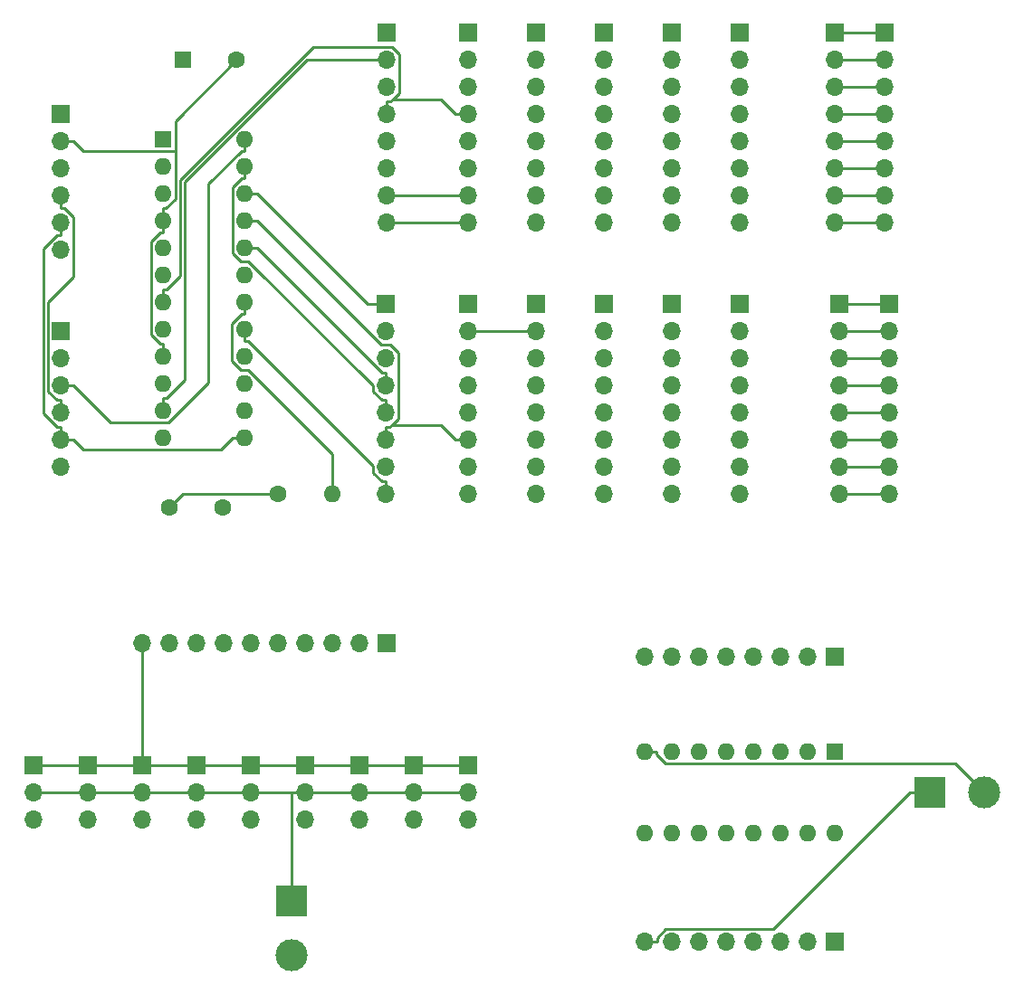
<source format=gbr>
G04 #@! TF.GenerationSoftware,KiCad,Pcbnew,(5.1.2-1)-1*
G04 #@! TF.CreationDate,2019-08-12T18:52:57+10:00*
G04 #@! TF.ProjectId,Max7219,4d617837-3231-4392-9e6b-696361645f70,rev?*
G04 #@! TF.SameCoordinates,Original*
G04 #@! TF.FileFunction,Copper,L1,Top*
G04 #@! TF.FilePolarity,Positive*
%FSLAX46Y46*%
G04 Gerber Fmt 4.6, Leading zero omitted, Abs format (unit mm)*
G04 Created by KiCad (PCBNEW (5.1.2-1)-1) date 2019-08-12 18:52:57*
%MOMM*%
%LPD*%
G04 APERTURE LIST*
%ADD10O,1.700000X1.700000*%
%ADD11R,1.700000X1.700000*%
%ADD12C,3.000000*%
%ADD13R,3.000000X3.000000*%
%ADD14O,1.600000X1.600000*%
%ADD15R,1.600000X1.600000*%
%ADD16C,1.600000*%
%ADD17C,0.250000*%
G04 APERTURE END LIST*
D10*
X196830000Y-95250000D03*
X196830000Y-92710000D03*
X196830000Y-90170000D03*
X196830000Y-87630000D03*
X196830000Y-85090000D03*
X196830000Y-82550000D03*
X196830000Y-80010000D03*
D11*
X196830000Y-77470000D03*
D10*
X192180000Y-95250000D03*
X192180000Y-92710000D03*
X192180000Y-90170000D03*
X192180000Y-87630000D03*
X192180000Y-85090000D03*
X192180000Y-82550000D03*
X192180000Y-80010000D03*
D11*
X192180000Y-77470000D03*
D10*
X196420000Y-69850000D03*
X196420000Y-67310000D03*
X196420000Y-64770000D03*
X196420000Y-62230000D03*
X196420000Y-59690000D03*
X196420000Y-57150000D03*
X196420000Y-54610000D03*
D11*
X196420000Y-52070000D03*
D10*
X191770000Y-69850000D03*
X191770000Y-67310000D03*
X191770000Y-64770000D03*
X191770000Y-62230000D03*
X191770000Y-59690000D03*
X191770000Y-57150000D03*
X191770000Y-54610000D03*
D11*
X191770000Y-52070000D03*
D12*
X140970000Y-138430000D03*
D13*
X140970000Y-133350000D03*
D12*
X205740000Y-123190000D03*
D13*
X200660000Y-123190000D03*
D14*
X191770000Y-127000000D03*
X173990000Y-119380000D03*
X189230000Y-127000000D03*
X176530000Y-119380000D03*
X186690000Y-127000000D03*
X179070000Y-119380000D03*
X184150000Y-127000000D03*
X181610000Y-119380000D03*
X181610000Y-127000000D03*
X184150000Y-119380000D03*
X179070000Y-127000000D03*
X186690000Y-119380000D03*
X176530000Y-127000000D03*
X189230000Y-119380000D03*
X173990000Y-127000000D03*
D15*
X191770000Y-119380000D03*
D10*
X173990000Y-137160000D03*
X176530000Y-137160000D03*
X179070000Y-137160000D03*
X181610000Y-137160000D03*
X184150000Y-137160000D03*
X186690000Y-137160000D03*
X189230000Y-137160000D03*
D11*
X191770000Y-137160000D03*
D10*
X173990000Y-110490000D03*
X176530000Y-110490000D03*
X179070000Y-110490000D03*
X181610000Y-110490000D03*
X184150000Y-110490000D03*
X186690000Y-110490000D03*
X189230000Y-110490000D03*
D11*
X191770000Y-110490000D03*
D10*
X137160000Y-125730000D03*
X137160000Y-123190000D03*
D11*
X137160000Y-120650000D03*
D10*
X116840000Y-125730000D03*
X116840000Y-123190000D03*
D11*
X116840000Y-120650000D03*
D10*
X142240000Y-125730000D03*
X142240000Y-123190000D03*
D11*
X142240000Y-120650000D03*
D10*
X121920000Y-125730000D03*
X121920000Y-123190000D03*
D11*
X121920000Y-120650000D03*
D10*
X147320000Y-125730000D03*
X147320000Y-123190000D03*
D11*
X147320000Y-120650000D03*
D10*
X127000000Y-125730000D03*
X127000000Y-123190000D03*
D11*
X127000000Y-120650000D03*
D10*
X152400000Y-125730000D03*
X152400000Y-123190000D03*
D11*
X152400000Y-120650000D03*
D10*
X132080000Y-125730000D03*
X132080000Y-123190000D03*
D11*
X132080000Y-120650000D03*
D10*
X157480000Y-125730000D03*
X157480000Y-123190000D03*
D11*
X157480000Y-120650000D03*
D10*
X127000000Y-109220000D03*
X129540000Y-109220000D03*
X132080000Y-109220000D03*
X134620000Y-109220000D03*
X137160000Y-109220000D03*
X139700000Y-109220000D03*
X142240000Y-109220000D03*
X144780000Y-109220000D03*
X147320000Y-109220000D03*
D11*
X149860000Y-109220000D03*
D14*
X144780000Y-95250000D03*
D16*
X139700000Y-95250000D03*
D10*
X182880000Y-69850000D03*
X182880000Y-67310000D03*
X182880000Y-64770000D03*
X182880000Y-62230000D03*
X182880000Y-59690000D03*
X182880000Y-57150000D03*
X182880000Y-54610000D03*
D11*
X182880000Y-52070000D03*
D10*
X182880000Y-95250000D03*
X182880000Y-92710000D03*
X182880000Y-90170000D03*
X182880000Y-87630000D03*
X182880000Y-85090000D03*
X182880000Y-82550000D03*
X182880000Y-80010000D03*
D11*
X182880000Y-77470000D03*
D10*
X176530000Y-69850000D03*
X176530000Y-67310000D03*
X176530000Y-64770000D03*
X176530000Y-62230000D03*
X176530000Y-59690000D03*
X176530000Y-57150000D03*
X176530000Y-54610000D03*
D11*
X176530000Y-52070000D03*
D10*
X176530000Y-95250000D03*
X176530000Y-92710000D03*
X176530000Y-90170000D03*
X176530000Y-87630000D03*
X176530000Y-85090000D03*
X176530000Y-82550000D03*
X176530000Y-80010000D03*
D11*
X176530000Y-77470000D03*
D10*
X170180000Y-69850000D03*
X170180000Y-67310000D03*
X170180000Y-64770000D03*
X170180000Y-62230000D03*
X170180000Y-59690000D03*
X170180000Y-57150000D03*
X170180000Y-54610000D03*
D11*
X170180000Y-52070000D03*
D10*
X170180000Y-95250000D03*
X170180000Y-92710000D03*
X170180000Y-90170000D03*
X170180000Y-87630000D03*
X170180000Y-85090000D03*
X170180000Y-82550000D03*
X170180000Y-80010000D03*
D11*
X170180000Y-77470000D03*
D10*
X163830000Y-69850000D03*
X163830000Y-67310000D03*
X163830000Y-64770000D03*
X163830000Y-62230000D03*
X163830000Y-59690000D03*
X163830000Y-57150000D03*
X163830000Y-54610000D03*
D11*
X163830000Y-52070000D03*
D10*
X163830000Y-95250000D03*
X163830000Y-92710000D03*
X163830000Y-90170000D03*
X163830000Y-87630000D03*
X163830000Y-85090000D03*
X163830000Y-82550000D03*
X163830000Y-80010000D03*
D11*
X163830000Y-77470000D03*
D10*
X157480000Y-69850000D03*
X157480000Y-67310000D03*
X157480000Y-64770000D03*
X157480000Y-62230000D03*
X157480000Y-59690000D03*
X157480000Y-57150000D03*
X157480000Y-54610000D03*
D11*
X157480000Y-52070000D03*
D10*
X157480000Y-95250000D03*
X157480000Y-92710000D03*
X157480000Y-90170000D03*
X157480000Y-87630000D03*
X157480000Y-85090000D03*
X157480000Y-82550000D03*
X157480000Y-80010000D03*
D11*
X157480000Y-77470000D03*
D10*
X149770000Y-95250000D03*
X149770000Y-92710000D03*
X149770000Y-90170000D03*
X149770000Y-87630000D03*
X149770000Y-85090000D03*
X149770000Y-82550000D03*
X149770000Y-80010000D03*
D11*
X149770000Y-77470000D03*
D10*
X149860000Y-69850000D03*
X149860000Y-67310000D03*
X149860000Y-64770000D03*
X149860000Y-62230000D03*
X149860000Y-59690000D03*
X149860000Y-57150000D03*
X149860000Y-54610000D03*
D11*
X149860000Y-52070000D03*
D10*
X119380000Y-92710000D03*
X119380000Y-90170000D03*
X119380000Y-87630000D03*
X119380000Y-85090000D03*
X119380000Y-82550000D03*
D11*
X119380000Y-80010000D03*
D10*
X119380000Y-72390000D03*
X119380000Y-69850000D03*
X119380000Y-67310000D03*
X119380000Y-64770000D03*
X119380000Y-62230000D03*
D11*
X119380000Y-59690000D03*
D16*
X135810000Y-54610000D03*
D15*
X130810000Y-54610000D03*
D16*
X134540000Y-96520000D03*
X129540000Y-96520000D03*
D14*
X136590000Y-62030000D03*
X128970000Y-89970000D03*
X136590000Y-64570000D03*
X128970000Y-87430000D03*
X136590000Y-67110000D03*
X128970000Y-84890000D03*
X136590000Y-69650000D03*
X128970000Y-82350000D03*
X136590000Y-72190000D03*
X128970000Y-79810000D03*
X136590000Y-74730000D03*
X128970000Y-77270000D03*
X136590000Y-77270000D03*
X128970000Y-74730000D03*
X136590000Y-79810000D03*
X128970000Y-72190000D03*
X136590000Y-82350000D03*
X128970000Y-69650000D03*
X136590000Y-84890000D03*
X128970000Y-67110000D03*
X136590000Y-87430000D03*
X128970000Y-64570000D03*
X136590000Y-89970000D03*
D15*
X128970000Y-62030000D03*
D17*
X130095000Y-63166200D02*
X121492000Y-63166200D01*
X121492000Y-63166200D02*
X120555000Y-62230000D01*
X120555000Y-62230000D02*
X119380000Y-62230000D01*
X128970000Y-69650000D02*
X128970000Y-68524700D01*
X128970000Y-68524700D02*
X129234000Y-68524700D01*
X129234000Y-68524700D02*
X130095000Y-67663100D01*
X130095000Y-67663100D02*
X130095000Y-63166200D01*
X130095000Y-63166200D02*
X130095000Y-60324700D01*
X130095000Y-60324700D02*
X135810000Y-54610000D01*
X128970000Y-82350000D02*
X128970000Y-81224700D01*
X128970000Y-81224700D02*
X128689000Y-81224700D01*
X128689000Y-81224700D02*
X127845000Y-80380700D01*
X127845000Y-80380700D02*
X127845000Y-71619200D01*
X127845000Y-71619200D02*
X128689000Y-70775300D01*
X128689000Y-70775300D02*
X128970000Y-70775300D01*
X128970000Y-70775300D02*
X128970000Y-69650000D01*
X129540000Y-96520000D02*
X130810000Y-95250000D01*
X130810000Y-95250000D02*
X139700000Y-95250000D01*
X119380000Y-90170000D02*
X119380000Y-88994700D01*
X119380000Y-88994700D02*
X119013000Y-88994700D01*
X119013000Y-88994700D02*
X117748000Y-87730000D01*
X117748000Y-87730000D02*
X117748000Y-72290000D01*
X117748000Y-72290000D02*
X119013000Y-71025300D01*
X119013000Y-71025300D02*
X119380000Y-71025300D01*
X119380000Y-71025300D02*
X119380000Y-69850000D01*
X136590000Y-89970000D02*
X135465000Y-89970000D01*
X135465000Y-89970000D02*
X134327000Y-91108100D01*
X134327000Y-91108100D02*
X121493000Y-91108100D01*
X121493000Y-91108100D02*
X120555000Y-90170000D01*
X120555000Y-90170000D02*
X119380000Y-90170000D01*
X119380000Y-87630000D02*
X119380000Y-86454700D01*
X119380000Y-86454700D02*
X119013000Y-86454700D01*
X119013000Y-86454700D02*
X118205000Y-85646600D01*
X118205000Y-85646600D02*
X118205000Y-77301600D01*
X118205000Y-77301600D02*
X120555000Y-74950900D01*
X120555000Y-74950900D02*
X120555000Y-69293200D01*
X120555000Y-69293200D02*
X119747000Y-68485300D01*
X119747000Y-68485300D02*
X119380000Y-68485300D01*
X119380000Y-68485300D02*
X119380000Y-67310000D01*
X136590000Y-62030000D02*
X136590000Y-63155300D01*
X136590000Y-63155300D02*
X136309000Y-63155300D01*
X136309000Y-63155300D02*
X133220000Y-66243600D01*
X133220000Y-66243600D02*
X133220000Y-84806500D01*
X133220000Y-84806500D02*
X129435000Y-88591500D01*
X129435000Y-88591500D02*
X124057000Y-88591500D01*
X124057000Y-88591500D02*
X120555000Y-85090000D01*
X120555000Y-85090000D02*
X119380000Y-85090000D01*
X149860000Y-69850000D02*
X157480000Y-69850000D01*
X149860000Y-67310000D02*
X157480000Y-67310000D01*
X157480000Y-59690000D02*
X156305000Y-59690000D01*
X156305000Y-59690000D02*
X154940000Y-58325400D01*
X154940000Y-58325400D02*
X150452000Y-58325400D01*
X150452000Y-58325400D02*
X150434000Y-58307500D01*
X150434000Y-58307500D02*
X150434000Y-58307400D01*
X150434000Y-58307400D02*
X150227000Y-58514700D01*
X150227000Y-58514700D02*
X149860000Y-58514700D01*
X149860000Y-58514700D02*
X149860000Y-59690000D01*
X128970000Y-77270000D02*
X128970000Y-76144700D01*
X128970000Y-76144700D02*
X129251000Y-76144700D01*
X129251000Y-76144700D02*
X130546000Y-74850300D01*
X130546000Y-74850300D02*
X130546000Y-65829100D01*
X130546000Y-65829100D02*
X142971000Y-53403700D01*
X142971000Y-53403700D02*
X150350000Y-53403700D01*
X150350000Y-53403700D02*
X151035000Y-54089500D01*
X151035000Y-54089500D02*
X151035000Y-57706800D01*
X151035000Y-57706800D02*
X150434000Y-58307400D01*
X128970000Y-87430000D02*
X128970000Y-86304700D01*
X128970000Y-86304700D02*
X129251000Y-86304700D01*
X129251000Y-86304700D02*
X130996000Y-84560000D01*
X130996000Y-84560000D02*
X130996000Y-66027500D01*
X130996000Y-66027500D02*
X142414000Y-54610000D01*
X142414000Y-54610000D02*
X149860000Y-54610000D01*
X136590000Y-79810000D02*
X136590000Y-80935300D01*
X136590000Y-80935300D02*
X136871000Y-80935300D01*
X136871000Y-80935300D02*
X148595000Y-92658600D01*
X148595000Y-92658600D02*
X148595000Y-93266800D01*
X148595000Y-93266800D02*
X149403000Y-94074700D01*
X149403000Y-94074700D02*
X149770000Y-94074700D01*
X149770000Y-94074700D02*
X149770000Y-95250000D01*
X157480000Y-90170000D02*
X156305000Y-90170000D01*
X156305000Y-90170000D02*
X154940000Y-88805400D01*
X154940000Y-88805400D02*
X150362000Y-88805400D01*
X150362000Y-88805400D02*
X150344000Y-88787500D01*
X150344000Y-88787500D02*
X150344000Y-88787400D01*
X150344000Y-88787400D02*
X150137000Y-88994700D01*
X150137000Y-88994700D02*
X149770000Y-88994700D01*
X149770000Y-88994700D02*
X149770000Y-90170000D01*
X136590000Y-69650000D02*
X137715000Y-69650000D01*
X137715000Y-69650000D02*
X149345000Y-81280000D01*
X149345000Y-81280000D02*
X150179000Y-81280000D01*
X150179000Y-81280000D02*
X150945000Y-82046400D01*
X150945000Y-82046400D02*
X150945000Y-88186800D01*
X150945000Y-88186800D02*
X150344000Y-88787400D01*
X136590000Y-64570000D02*
X136590000Y-65695300D01*
X136590000Y-65695300D02*
X136309000Y-65695300D01*
X136309000Y-65695300D02*
X135456000Y-66547800D01*
X135456000Y-66547800D02*
X135456000Y-72683300D01*
X135456000Y-72683300D02*
X136233000Y-73460000D01*
X136233000Y-73460000D02*
X136942000Y-73460000D01*
X136942000Y-73460000D02*
X148595000Y-85112800D01*
X148595000Y-85112800D02*
X148595000Y-85646800D01*
X148595000Y-85646800D02*
X149403000Y-86454700D01*
X149403000Y-86454700D02*
X149770000Y-86454700D01*
X149770000Y-86454700D02*
X149770000Y-87630000D01*
X136590000Y-72190000D02*
X137715000Y-72190000D01*
X137715000Y-72190000D02*
X149440000Y-83914700D01*
X149440000Y-83914700D02*
X149770000Y-83914700D01*
X149770000Y-83914700D02*
X149770000Y-85090000D01*
X157480000Y-80010000D02*
X163830000Y-80010000D01*
X136590000Y-67110000D02*
X137715000Y-67110000D01*
X137715000Y-67110000D02*
X148075000Y-77470000D01*
X148075000Y-77470000D02*
X149770000Y-77470000D01*
X136590000Y-77270000D02*
X136590000Y-78395300D01*
X136590000Y-78395300D02*
X136309000Y-78395300D01*
X136309000Y-78395300D02*
X135420000Y-79284300D01*
X135420000Y-79284300D02*
X135420000Y-82791100D01*
X135420000Y-82791100D02*
X136249000Y-83620000D01*
X136249000Y-83620000D02*
X136916000Y-83620000D01*
X136916000Y-83620000D02*
X144780000Y-91483900D01*
X144780000Y-91483900D02*
X144780000Y-95250000D01*
X127000000Y-109220000D02*
X127000000Y-120650000D01*
X132080000Y-120650000D02*
X137160000Y-120650000D01*
X127000000Y-120650000D02*
X132080000Y-120650000D01*
X142240000Y-120650000D02*
X137160000Y-120650000D01*
X147320000Y-120650000D02*
X142240000Y-120650000D01*
X121920000Y-120650000D02*
X116840000Y-120650000D01*
X127000000Y-120650000D02*
X121920000Y-120650000D01*
X152400000Y-120650000D02*
X147320000Y-120650000D01*
X157480000Y-120650000D02*
X152400000Y-120650000D01*
X140970000Y-123190000D02*
X137160000Y-123190000D01*
X142240000Y-123190000D02*
X140970000Y-123190000D01*
X140970000Y-123190000D02*
X140970000Y-131524700D01*
X140970000Y-133350000D02*
X140970000Y-131524700D01*
X132080000Y-123190000D02*
X137160000Y-123190000D01*
X127000000Y-123190000D02*
X132080000Y-123190000D01*
X147320000Y-123190000D02*
X142240000Y-123190000D01*
X121920000Y-123190000D02*
X116840000Y-123190000D01*
X127000000Y-123190000D02*
X121920000Y-123190000D01*
X152400000Y-123190000D02*
X147320000Y-123190000D01*
X157480000Y-123190000D02*
X152400000Y-123190000D01*
X173990000Y-119380000D02*
X175115300Y-119380000D01*
X205740000Y-123190000D02*
X203055300Y-120505300D01*
X203055300Y-120505300D02*
X175959200Y-120505300D01*
X175959200Y-120505300D02*
X175115300Y-119661400D01*
X175115300Y-119661400D02*
X175115300Y-119380000D01*
X173990000Y-137160000D02*
X175165300Y-137160000D01*
X200660000Y-123190000D02*
X198834700Y-123190000D01*
X198834700Y-123190000D02*
X186040000Y-135984700D01*
X186040000Y-135984700D02*
X175973200Y-135984700D01*
X175973200Y-135984700D02*
X175165300Y-136792600D01*
X175165300Y-136792600D02*
X175165300Y-137160000D01*
X191770000Y-69850000D02*
X196420000Y-69850000D01*
X191770000Y-67310000D02*
X196420000Y-67310000D01*
X191770000Y-64770000D02*
X196420000Y-64770000D01*
X191770000Y-62230000D02*
X196420000Y-62230000D01*
X191770000Y-59690000D02*
X196420000Y-59690000D01*
X191770000Y-57150000D02*
X196420000Y-57150000D01*
X191770000Y-54610000D02*
X196420000Y-54610000D01*
X191770000Y-52070000D02*
X196420000Y-52070000D01*
X192180000Y-95250000D02*
X196830000Y-95250000D01*
X192180000Y-92710000D02*
X196830000Y-92710000D01*
X192180000Y-90170000D02*
X196830000Y-90170000D01*
X192180000Y-87630000D02*
X196830000Y-87630000D01*
X192180000Y-85090000D02*
X196830000Y-85090000D01*
X192180000Y-82550000D02*
X196830000Y-82550000D01*
X192180000Y-80010000D02*
X196830000Y-80010000D01*
X192180000Y-77470000D02*
X196830000Y-77470000D01*
M02*

</source>
